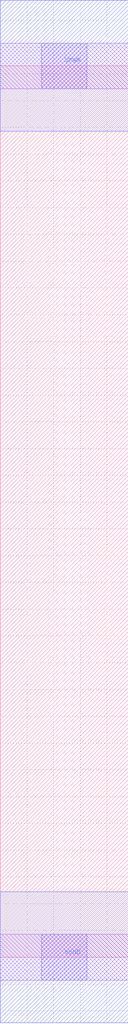
<source format=lef>
# Copyright 2020 The SkyWater PDK Authors
#
# Licensed under the Apache License, Version 2.0 (the "License");
# you may not use this file except in compliance with the License.
# You may obtain a copy of the License at
#
#     https://www.apache.org/licenses/LICENSE-2.0
#
# Unless required by applicable law or agreed to in writing, software
# distributed under the License is distributed on an "AS IS" BASIS,
# WITHOUT WARRANTIES OR CONDITIONS OF ANY KIND, either express or implied.
# See the License for the specific language governing permissions and
# limitations under the License.
#
# SPDX-License-Identifier: Apache-2.0

VERSION 5.7 ;
  NOWIREEXTENSIONATPIN ON ;
  DIVIDERCHAR "/" ;
  BUSBITCHARS "[]" ;
UNITS
  DATABASE MICRONS 200 ;
END UNITS
MACRO sky130_fd_sc_ls__fill_1
  CLASS CORE SPACER ;
  FOREIGN sky130_fd_sc_ls__fill_1 ;
  ORIGIN  0.000000  0.000000 ;
  SIZE  0.480000 BY  3.330000 ;
  SYMMETRY X Y ;
  SITE unit ;
  PIN VGND
    DIRECTION INOUT ;
    SHAPE ABUTMENT ;
    USE GROUND ;
    PORT
      LAYER met1 ;
        RECT 0.000000 -0.245000 0.480000 0.245000 ;
    END
  END VGND
  PIN VPWR
    DIRECTION INOUT ;
    SHAPE ABUTMENT ;
    USE POWER ;
    PORT
      LAYER met1 ;
        RECT 0.000000 3.085000 0.480000 3.575000 ;
    END
  END VPWR
  OBS
    LAYER li1 ;
      RECT 0.000000 -0.085000 0.480000 0.085000 ;
      RECT 0.000000  3.245000 0.480000 3.415000 ;
    LAYER mcon ;
      RECT 0.155000 -0.085000 0.325000 0.085000 ;
      RECT 0.155000  3.245000 0.325000 3.415000 ;
  END
END sky130_fd_sc_ls__fill_1
END LIBRARY

</source>
